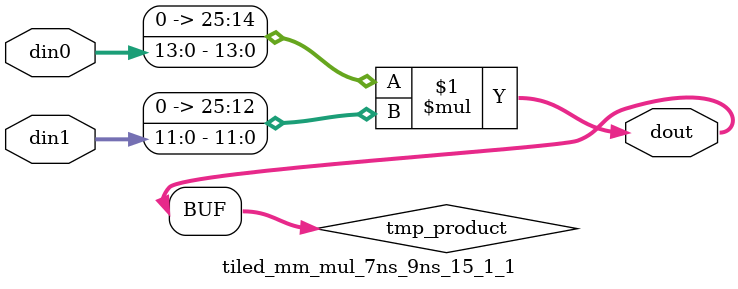
<source format=v>

`timescale 1 ns / 1 ps

  module tiled_mm_mul_7ns_9ns_15_1_1(din0, din1, dout);
parameter ID = 1;
parameter NUM_STAGE = 0;
parameter din0_WIDTH = 14;
parameter din1_WIDTH = 12;
parameter dout_WIDTH = 26;

input [din0_WIDTH - 1 : 0] din0; 
input [din1_WIDTH - 1 : 0] din1; 
output [dout_WIDTH - 1 : 0] dout;

wire signed [dout_WIDTH - 1 : 0] tmp_product;










assign tmp_product = $signed({1'b0, din0}) * $signed({1'b0, din1});











assign dout = tmp_product;







endmodule

</source>
